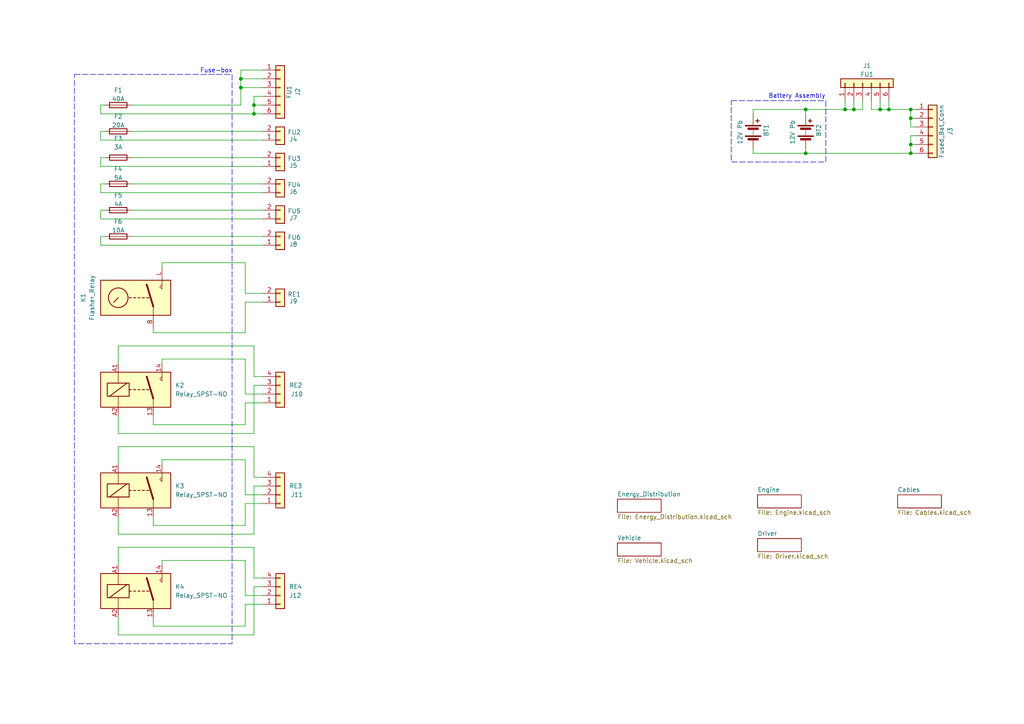
<source format=kicad_sch>
(kicad_sch (version 20250114) (generator "eeschema") (generator_version "9.0")
  (paper "A4")
  (title_block (title "Electrical Diagram - EcoMaua 2025 - Urban Concept") (date "2025-03-21") (rev "V1.0.0") (company "Instituto Mauá de Tecnologia"))
  (lib_symbols
    (symbol "Connector_Generic:Conn_01x02" (pin_names (offset 1.016) (hide yes))
      (property "Reference" "J" (at 0 2.54 0))
      (property "Value" "Conn_01x02" (at 0 -5.08 0))
      (symbol "Conn_01x02_1_1"
        (rectangle (start -1.27 1.27) (end 1.27 -3.81) (stroke (width 0.254)) (fill (type background)))
        (rectangle (start -1.27 0.127) (end 0 -0.127) (stroke (width 0.1524)))
        (rectangle (start -1.27 -2.413) (end 0 -2.667) (stroke (width 0.1524)))
        (pin passive line (at -5.08 0 0) (length 3.81) (name "Pin_1") (number "1"))
        (pin passive line (at -5.08 -2.54 0) (length 3.81) (name "Pin_2") (number "2"))
      )
    )
    (symbol "Connector_Generic:Conn_01x04" (pin_names (offset 1.016) (hide yes))
      (property "Reference" "J" (at 0 5.08 0))
      (property "Value" "Conn_01x04" (at 0 -7.62 0))
      (symbol "Conn_01x04_1_1"
        (rectangle (start -1.27 3.81) (end 1.27 -6.35) (stroke (width 0.254)) (fill (type background)))
        (rectangle (start -1.27 2.667) (end 0 2.413) (stroke (width 0.1524)))
        (rectangle (start -1.27 0.127) (end 0 -0.127) (stroke (width 0.1524)))
        (rectangle (start -1.27 -2.413) (end 0 -2.667) (stroke (width 0.1524)))
        (rectangle (start -1.27 -4.953) (end 0 -5.207) (stroke (width 0.1524)))
        (pin passive line (at -5.08 2.54 0) (length 3.81) (name "Pin_1") (number "1"))
        (pin passive line (at -5.08 0 0) (length 3.81) (name "Pin_2") (number "2"))
        (pin passive line (at -5.08 -2.54 0) (length 3.81) (name "Pin_3") (number "3"))
        (pin passive line (at -5.08 -5.08 0) (length 3.81) (name "Pin_4") (number "4"))
      )
    )
    (symbol "Connector_Generic:Conn_01x06" (pin_names (offset 1.016) (hide yes))
      (property "Reference" "J" (at 0 7.62 0))
      (property "Value" "Conn_01x06" (at 0 -10.16 0))
      (symbol "Conn_01x06_1_1"
        (rectangle (start -1.27 6.35) (end 1.27 -8.89) (stroke (width 0.254)) (fill (type background)))
        (rectangle (start -1.27 5.207) (end 0 4.953) (stroke (width 0.1524)))
        (rectangle (start -1.27 2.667) (end 0 2.413) (stroke (width 0.1524)))
        (rectangle (start -1.27 0.127) (end 0 -0.127) (stroke (width 0.1524)))
        (rectangle (start -1.27 -2.413) (end 0 -2.667) (stroke (width 0.1524)))
        (rectangle (start -1.27 -4.953) (end 0 -5.207) (stroke (width 0.1524)))
        (rectangle (start -1.27 -7.493) (end 0 -7.747) (stroke (width 0.1524)))
        (pin passive line (at -5.08 5.08 0) (length 3.81) (name "Pin_1") (number "1"))
        (pin passive line (at -5.08 2.54 0) (length 3.81) (name "Pin_2") (number "2"))
        (pin passive line (at -5.08 0 0) (length 3.81) (name "Pin_3") (number "3"))
        (pin passive line (at -5.08 -2.54 0) (length 3.81) (name "Pin_4") (number "4"))
        (pin passive line (at -5.08 -5.08 0) (length 3.81) (name "Pin_5") (number "5"))
        (pin passive line (at -5.08 -7.62 0) (length 3.81) (name "Pin_6") (number "6"))
      )
    )
    (symbol "Device:Battery" (pin_numbers (hide yes)) (pin_names (offset 0) (hide yes))
      (property "Reference" "BT" (at 2.54 2.54 0))
      (property "Value" "Battery" (at 2.54 0 0))
      (symbol "Battery_0_1"
        (rectangle (start -2.286 1.778) (end 2.286 1.524) (fill (type outline)))
        (rectangle (start -2.286 -1.27) (end 2.286 -1.524) (fill (type outline)))
        (rectangle (start -1.524 1.016) (end 1.524 0.508) (fill (type outline)))
        (rectangle (start -1.524 -2.032) (end 1.524 -2.54) (fill (type outline)))
        (polyline (pts (xy 0 1.778) (xy 0 2.54)))
        (polyline (pts (xy 0 0) (xy 0 0.254)))
        (polyline (pts (xy 0 -0.508) (xy 0 -0.254)))
        (polyline (pts (xy 0 -1.016) (xy 0 -0.762)))
        (polyline (pts (xy 0.762 3.048) (xy 1.778 3.048)) (stroke (width 0.254)))
        (polyline (pts (xy 1.27 3.556) (xy 1.27 2.54)) (stroke (width 0.254)))
      )
      (symbol "Battery_1_1"
        (pin passive line (at 0 5.08 270) (length 2.54) (name "+") (number "1"))
        (pin passive line (at 0 -5.08 90) (length 2.54) (name "-") (number "2"))
      )
    )
    (symbol "Device:Fuse" (pin_numbers (hide yes)) (pin_names (offset 0))
      (property "Reference" "F" (at 2.032 0 90))
      (property "Value" "Fuse" (at -1.905 0 90))
      (symbol "Fuse_0_1"
        (rectangle (start -0.762 -2.54) (end 0.762 2.54) (stroke (width 0.254)))
        (polyline (pts (xy 0 2.54) (xy 0 -2.54)))
      )
      (symbol "Fuse_1_1"
        (pin passive line (at 0 3.81 270) (length 1.27) (name "~") (number "1"))
        (pin passive line (at 0 -3.81 90) (length 1.27) (name "~") (number "2"))
      )
    )
    (symbol "EletricalDiagram_Eco2025_UrbanConcept:Flasher_Relay" (pin_names (offset 1.016) (hide yes))
      (property "Reference" "K" (at 11.43 0 90))
      (property "Value" "Flasher_Relay" (at -11.43 0 90))
      (symbol "Flasher_Relay_0_0"
        (polyline (pts (xy 7.62 5.08) (xy 7.62 2.54) (xy 6.985 3.175) (xy 7.62 3.81)))
      )
      (symbol "Flasher_Relay_0_1"
        (rectangle (start -10.16 5.08) (end 10.16 -5.08) (stroke (width 0.254)) (fill (type background)))
        (polyline (pts (xy -6.35 -1.27) (xy -5.08 0)) (stroke (width 0.254)))
        (polyline (pts (xy -1.905 0) (xy -1.27 0)) (stroke (width 0.254)))
        (polyline (pts (xy -0.635 0) (xy 0 0)) (stroke (width 0.254)))
        (polyline (pts (xy 0.635 0) (xy 1.27 0)) (stroke (width 0.254)))
        (polyline (pts (xy 1.905 0) (xy 2.54 0)) (stroke (width 0.254)))
        (polyline (pts (xy 3.175 0) (xy 3.81 0)) (stroke (width 0.254)))
        (polyline (pts (xy 5.08 -2.54) (xy 3.175 3.81)) (stroke (width 0.508)))
        (polyline (pts (xy 5.08 -2.54) (xy 5.08 -5.08)))
      )
      (symbol "Flasher_Relay_1_1"
        (circle (center -5.08 0) (radius 2.8398) (stroke (width 0.254)))
        (pin passive line (at 5.08 -8.89 90) (length 3.81) (name "B") (number "B"))
        (pin passive line (at 7.62 8.89 270) (length 3.81) (name "L") (number "L"))
      )
    )
    (symbol "Relay:Relay_SPST-NO"
      (property "Reference" "K" (at 11.43 3.81 0))
      (property "Value" "Relay_SPST-NO" (at 11.43 1.27 0))
      (symbol "Relay_SPST-NO_0_0"
        (polyline (pts (xy 7.62 5.08) (xy 7.62 2.54) (xy 6.985 3.175) (xy 7.62 3.81)))
      )
      (symbol "Relay_SPST-NO_0_1"
        (rectangle (start -10.16 5.08) (end 10.16 -5.08) (stroke (width 0.254)) (fill (type background)))
        (rectangle (start -8.255 1.905) (end -1.905 -1.905) (stroke (width 0.254)))
        (polyline (pts (xy -7.62 -1.905) (xy -2.54 1.905)) (stroke (width 0.254)))
        (polyline (pts (xy -5.08 5.08) (xy -5.08 1.905)))
        (polyline (pts (xy -5.08 -5.08) (xy -5.08 -1.905)))
        (polyline (pts (xy -1.905 0) (xy -1.27 0)) (stroke (width 0.254)))
        (polyline (pts (xy -0.635 0) (xy 0 0)) (stroke (width 0.254)))
        (polyline (pts (xy 0.635 0) (xy 1.27 0)) (stroke (width 0.254)))
        (polyline (pts (xy 1.905 0) (xy 2.54 0)) (stroke (width 0.254)))
        (polyline (pts (xy 3.175 0) (xy 3.81 0)) (stroke (width 0.254)))
        (polyline (pts (xy 5.08 -2.54) (xy 3.175 3.81)) (stroke (width 0.508)))
        (polyline (pts (xy 5.08 -2.54) (xy 5.08 -5.08)))
      )
      (symbol "Relay_SPST-NO_1_1"
        (pin passive line (at -5.08 7.62 270) (length 2.54) (name "~") (number "A1"))
        (pin passive line (at -5.08 -7.62 90) (length 2.54) (name "~") (number "A2"))
        (pin passive line (at 5.08 -7.62 90) (length 2.54) (name "~") (number "13"))
        (pin passive line (at 7.62 7.62 270) (length 2.54) (name "~") (number "14"))
      )
    )
  )
  (rectangle (start 21.59 21.59) (end 67.31 186.69) (stroke (width 0) (type dash)))
  (rectangle (start 212.09 29.21) (end 239.522 46.99) (stroke (width 0) (type dash)))
  (text "Battery Assembly" (at 231.14 27.94 0) (effects (font (size 1.27 1.27))))
  (text "Fuse-box" (at 62.738 20.574 0) (effects (font (size 1.27 1.27))))
  (junction (at 233.68 44.45))
  (junction (at 73.66 33.02))
  (junction (at 69.85 22.86))
  (junction (at 264.16 44.45))
  (junction (at 257.81 31.75))
  (junction (at 245.11 31.75))
  (junction (at 69.85 25.4))
  (junction (at 264.16 41.91))
  (junction (at 73.66 30.48))
  (junction (at 255.27 31.75))
  (junction (at 264.16 31.75))
  (junction (at 233.68 31.75))
  (junction (at 247.65 31.75))
  (junction (at 264.16 34.29))
  (wire (pts (xy 29.21 71.12) (xy 29.21 68.58)))
  (wire (pts (xy 71.12 162.56) (xy 46.99 162.56)))
  (wire (pts (xy 218.44 43.18) (xy 218.44 44.45)))
  (wire (pts (xy 264.16 34.29) (xy 264.16 31.75)))
  (wire (pts (xy 73.66 109.22) (xy 76.2 109.22)))
  (wire (pts (xy 29.21 63.5) (xy 29.21 60.96)))
  (wire (pts (xy 34.29 129.54) (xy 34.29 134.62)))
  (wire (pts (xy 29.21 63.5) (xy 76.2 63.5)))
  (wire (pts (xy 71.12 96.52) (xy 71.12 87.63)))
  (wire (pts (xy 73.66 129.54) (xy 73.66 138.43)))
  (wire (pts (xy 76.2 25.4) (xy 69.85 25.4)))
  (wire (pts (xy 255.27 31.75) (xy 257.81 31.75)))
  (wire (pts (xy 71.12 172.72) (xy 76.2 172.72)))
  (wire (pts (xy 69.85 20.32) (xy 69.85 22.86)))
  (wire (pts (xy 264.16 44.45) (xy 265.43 44.45)))
  (wire (pts (xy 265.43 39.37) (xy 264.16 39.37)))
  (wire (pts (xy 73.66 184.15) (xy 73.66 170.18)))
  (wire (pts (xy 257.81 31.75) (xy 264.16 31.75)))
  (wire (pts (xy 265.43 36.83) (xy 264.16 36.83)))
  (wire (pts (xy 46.99 76.2) (xy 46.99 77.47)))
  (wire (pts (xy 69.85 22.86) (xy 76.2 22.86)))
  (wire (pts (xy 250.19 31.75) (xy 247.65 31.75)))
  (wire (pts (xy 29.21 33.02) (xy 29.21 30.48)))
  (wire (pts (xy 265.43 41.91) (xy 264.16 41.91)))
  (wire (pts (xy 71.12 146.05) (xy 71.12 152.4)))
  (wire (pts (xy 73.66 125.73) (xy 73.66 111.76)))
  (wire (pts (xy 233.68 44.45) (xy 264.16 44.45)))
  (wire (pts (xy 44.45 120.65) (xy 44.45 123.19)))
  (wire (pts (xy 71.12 152.4) (xy 44.45 152.4)))
  (wire (pts (xy 29.21 55.88) (xy 29.21 53.34)))
  (wire (pts (xy 38.1 68.58) (xy 76.2 68.58)))
  (wire (pts (xy 218.44 33.02) (xy 218.44 31.75)))
  (wire (pts (xy 265.43 34.29) (xy 264.16 34.29)))
  (wire (pts (xy 71.12 114.3) (xy 76.2 114.3)))
  (wire (pts (xy 29.21 48.26) (xy 29.21 45.72)))
  (wire (pts (xy 46.99 104.14) (xy 46.99 105.41)))
  (wire (pts (xy 73.66 167.64) (xy 76.2 167.64)))
  (wire (pts (xy 264.16 41.91) (xy 264.16 44.45)))
  (wire (pts (xy 71.12 104.14) (xy 46.99 104.14)))
  (wire (pts (xy 29.21 33.02) (xy 73.66 33.02)))
  (wire (pts (xy 34.29 100.33) (xy 34.29 105.41)))
  (wire (pts (xy 34.29 154.94) (xy 73.66 154.94)))
  (wire (pts (xy 73.66 30.48) (xy 76.2 30.48)))
  (wire (pts (xy 71.12 143.51) (xy 76.2 143.51)))
  (wire (pts (xy 38.1 60.96) (xy 76.2 60.96)))
  (wire (pts (xy 257.81 29.21) (xy 257.81 31.75)))
  (wire (pts (xy 71.12 76.2) (xy 71.12 85.09)))
  (wire (pts (xy 29.21 38.1) (xy 30.48 38.1)))
  (wire (pts (xy 76.2 146.05) (xy 71.12 146.05)))
  (wire (pts (xy 29.21 53.34) (xy 30.48 53.34)))
  (wire (pts (xy 46.99 76.2) (xy 71.12 76.2)))
  (wire (pts (xy 29.21 40.64) (xy 76.2 40.64)))
  (wire (pts (xy 76.2 20.32) (xy 69.85 20.32)))
  (wire (pts (xy 252.73 29.21) (xy 252.73 31.75)))
  (wire (pts (xy 69.85 25.4) (xy 69.85 30.48)))
  (wire (pts (xy 71.12 123.19) (xy 44.45 123.19)))
  (wire (pts (xy 73.66 30.48) (xy 73.66 33.02)))
  (wire (pts (xy 252.73 31.75) (xy 255.27 31.75)))
  (wire (pts (xy 71.12 87.63) (xy 76.2 87.63)))
  (wire (pts (xy 247.65 31.75) (xy 245.11 31.75)))
  (wire (pts (xy 71.12 133.35) (xy 46.99 133.35)))
  (wire (pts (xy 233.68 44.45) (xy 233.68 43.18)))
  (wire (pts (xy 44.45 179.07) (xy 44.45 181.61)))
  (wire (pts (xy 247.65 29.21) (xy 247.65 31.75)))
  (wire (pts (xy 264.16 36.83) (xy 264.16 34.29)))
  (wire (pts (xy 69.85 30.48) (xy 38.1 30.48)))
  (wire (pts (xy 34.29 158.75) (xy 34.29 163.83)))
  (wire (pts (xy 71.12 181.61) (xy 44.45 181.61)))
  (wire (pts (xy 29.21 71.12) (xy 76.2 71.12)))
  (wire (pts (xy 73.66 27.94) (xy 73.66 30.48)))
  (wire (pts (xy 73.66 138.43) (xy 76.2 138.43)))
  (wire (pts (xy 34.29 125.73) (xy 73.66 125.73)))
  (wire (pts (xy 76.2 116.84) (xy 71.12 116.84)))
  (wire (pts (xy 46.99 133.35) (xy 46.99 134.62)))
  (wire (pts (xy 29.21 40.64) (xy 29.21 38.1)))
  (wire (pts (xy 29.21 48.26) (xy 76.2 48.26)))
  (wire (pts (xy 218.44 31.75) (xy 233.68 31.75)))
  (wire (pts (xy 71.12 85.09) (xy 76.2 85.09)))
  (wire (pts (xy 73.66 170.18) (xy 76.2 170.18)))
  (wire (pts (xy 29.21 45.72) (xy 30.48 45.72)))
  (wire (pts (xy 71.12 116.84) (xy 71.12 123.19)))
  (wire (pts (xy 245.11 31.75) (xy 245.11 29.21)))
  (wire (pts (xy 38.1 45.72) (xy 76.2 45.72)))
  (wire (pts (xy 38.1 38.1) (xy 76.2 38.1)))
  (wire (pts (xy 29.21 60.96) (xy 30.48 60.96)))
  (wire (pts (xy 34.29 129.54) (xy 73.66 129.54)))
  (wire (pts (xy 233.68 31.75) (xy 245.11 31.75)))
  (wire (pts (xy 71.12 114.3) (xy 71.12 104.14)))
  (wire (pts (xy 73.66 111.76) (xy 76.2 111.76)))
  (wire (pts (xy 44.45 96.52) (xy 71.12 96.52)))
  (wire (pts (xy 34.29 179.07) (xy 34.29 184.15)))
  (wire (pts (xy 255.27 29.21) (xy 255.27 31.75)))
  (wire (pts (xy 34.29 125.73) (xy 34.29 120.65)))
  (wire (pts (xy 73.66 158.75) (xy 73.66 167.64)))
  (wire (pts (xy 46.99 162.56) (xy 46.99 163.83)))
  (wire (pts (xy 71.12 172.72) (xy 71.12 162.56)))
  (wire (pts (xy 30.48 68.58) (xy 29.21 68.58)))
  (wire (pts (xy 34.29 154.94) (xy 34.29 149.86)))
  (wire (pts (xy 73.66 100.33) (xy 73.66 109.22)))
  (wire (pts (xy 73.66 33.02) (xy 76.2 33.02)))
  (wire (pts (xy 69.85 22.86) (xy 69.85 25.4)))
  (wire (pts (xy 264.16 31.75) (xy 265.43 31.75)))
  (wire (pts (xy 233.68 33.02) (xy 233.68 31.75)))
  (wire (pts (xy 34.29 184.15) (xy 73.66 184.15)))
  (wire (pts (xy 29.21 55.88) (xy 76.2 55.88)))
  (wire (pts (xy 218.44 44.45) (xy 233.68 44.45)))
  (wire (pts (xy 76.2 27.94) (xy 73.66 27.94)))
  (wire (pts (xy 264.16 39.37) (xy 264.16 41.91)))
  (wire (pts (xy 76.2 175.26) (xy 71.12 175.26)))
  (wire (pts (xy 71.12 143.51) (xy 71.12 133.35)))
  (wire (pts (xy 73.66 154.94) (xy 73.66 140.97)))
  (wire (pts (xy 29.21 30.48) (xy 30.48 30.48)))
  (wire (pts (xy 34.29 158.75) (xy 73.66 158.75)))
  (wire (pts (xy 73.66 140.97) (xy 76.2 140.97)))
  (wire (pts (xy 34.29 100.33) (xy 73.66 100.33)))
  (wire (pts (xy 44.45 149.86) (xy 44.45 152.4)))
  (wire (pts (xy 71.12 175.26) (xy 71.12 181.61)))
  (wire (pts (xy 250.19 29.21) (xy 250.19 31.75)))
  (wire (pts (xy 44.45 96.52) (xy 44.45 95.25)))
  (wire (pts (xy 38.1 53.34) (xy 76.2 53.34)))
  (symbol (lib_id "Connector_Generic:Conn_01x04") (at 81.28 143.51 0) (mirror x) (unit 1)
    (property "Reference" "J11" (at 86.106 143.51 0))
    (property "Value" "RE3" (at 83.82 140.9701 0) (effects (justify left)))
    (property "Description" "Generic connector, single row, 01x04, script generated (kicad-library-utils/schlib/autogen/connector/)" (effects (hide yes)))
  )
  (symbol (lib_id "Relay:Relay_SPST-NO") (at 39.37 113.03 0) (unit 1)
    (property "Reference" "K2" (at 50.8 111.7599 0) (effects (justify left)))
    (property "Value" "Relay_SPST-NO" (at 50.8 114.2999 0) (effects (justify left)))
    (property "Description" "Relay SPST, normally open, EN50005" (effects (hide yes)))
  )
  (symbol (lib_id "Connector_Generic:Conn_01x02") (at 81.28 87.63 0) (mirror x) (unit 1)
    (property "Reference" "J9" (at 85.09 87.376 0))
    (property "Value" "RE1" (at 85.344 85.344 0))
    (property "Description" "Generic connector, single row, 01x02, script generated (kicad-library-utils/schlib/autogen/connector/)" (effects (hide yes)))
  )
  (symbol (lib_id "Connector_Generic:Conn_01x06") (at 250.19 24.13 90) (unit 1)
    (property "Reference" "J1" (at 251.46 19.05 90))
    (property "Value" "FU1" (at 251.46 21.59 90))
    (property "Description" "Generic connector, single row, 01x06, script generated (kicad-library-utils/schlib/autogen/connector/)" (effects (hide yes)))
  )
  (symbol (lib_id "EletricalDiagram_Eco2025_UrbanConcept:Flasher_Relay") (at 39.37 86.36 0) (unit 1)
    (property "Reference" "K1" (at 24.13 86.36 90))
    (property "Value" "Flasher_Relay" (at 26.67 86.36 90))
  )
  (symbol (lib_id "Device:Fuse") (at 34.29 30.48 90) (unit 1)
    (property "Reference" "F1" (at 34.29 26.162 90))
    (property "Value" "40A" (at 34.29 28.702 90))
    (property "Description" "Fuse" (effects (hide yes)))
  )
  (symbol (lib_id "Connector_Generic:Conn_01x04") (at 81.28 172.72 0) (mirror x) (unit 1)
    (property "Reference" "J12" (at 83.82 172.7201 0) (effects (justify left)))
    (property "Value" "RE4" (at 83.82 170.1801 0) (effects (justify left)))
    (property "Description" "Generic connector, single row, 01x04, script generated (kicad-library-utils/schlib/autogen/connector/)" (effects (hide yes)))
  )
  (symbol (lib_id "Relay:Relay_SPST-NO") (at 39.37 171.45 0) (unit 1)
    (property "Reference" "K4" (at 50.8 170.1799 0) (effects (justify left)))
    (property "Value" "Relay_SPST-NO" (at 50.8 172.7199 0) (effects (justify left)))
    (property "Description" "Relay SPST, normally open, EN50005" (effects (hide yes)))
  )
  (symbol (lib_id "Connector_Generic:Conn_01x02") (at 81.28 48.26 0) (mirror x) (unit 1)
    (property "Reference" "J5" (at 85.09 48.006 0))
    (property "Value" "FU3" (at 85.344 45.974 0))
    (property "Description" "Generic connector, single row, 01x02, script generated (kicad-library-utils/schlib/autogen/connector/)" (effects (hide yes)))
  )
  (symbol (lib_id "Device:Fuse") (at 34.29 60.96 90) (unit 1)
    (property "Reference" "F5" (at 34.29 56.642 90))
    (property "Value" "4A" (at 34.29 59.182 90))
    (property "Description" "Fuse" (effects (hide yes)))
  )
  (symbol (lib_id "Device:Fuse") (at 34.29 45.72 90) (unit 1)
    (property "Reference" "F3" (at 34.29 40.132 90))
    (property "Value" "3A" (at 34.29 42.672 90))
    (property "Description" "Fuse" (effects (hide yes)))
  )
  (symbol (lib_id "Device:Fuse") (at 34.29 38.1 90) (unit 1)
    (property "Reference" "F2" (at 34.29 33.782 90))
    (property "Value" "20A" (at 34.29 36.322 90))
    (property "Description" "Fuse" (effects (hide yes)))
  )
  (symbol (lib_id "Connector_Generic:Conn_01x06") (at 81.28 25.4 0) (unit 1)
    (property "Reference" "J2" (at 86.36 26.67 90))
    (property "Value" "FU1" (at 83.82 26.67 90))
    (property "Description" "Generic connector, single row, 01x06, script generated (kicad-library-utils/schlib/autogen/connector/)" (effects (hide yes)))
  )
  (symbol (lib_id "Relay:Relay_SPST-NO") (at 39.37 142.24 0) (unit 1)
    (property "Reference" "K3" (at 50.8 140.9699 0) (effects (justify left)))
    (property "Value" "Relay_SPST-NO" (at 50.8 143.5099 0) (effects (justify left)))
    (property "Description" "Relay SPST, normally open, EN50005" (effects (hide yes)))
  )
  (symbol (lib_id "Device:Battery") (at 233.68 38.1 0) (unit 1)
    (property "Reference" "BT2" (at 237.49 39.624 90) (effects (justify left)))
    (property "Value" "12V Pb" (at 229.87 41.91 90) (effects (justify left)))
    (property "Description" "Multiple-cell battery" (effects (hide yes)))
  )
  (symbol (lib_id "Connector_Generic:Conn_01x02") (at 81.28 55.88 0) (mirror x) (unit 1)
    (property "Reference" "J6" (at 85.09 55.626 0))
    (property "Value" "FU4" (at 85.344 53.594 0))
    (property "Description" "Generic connector, single row, 01x02, script generated (kicad-library-utils/schlib/autogen/connector/)" (effects (hide yes)))
  )
  (symbol (lib_id "Connector_Generic:Conn_01x06") (at 270.51 36.83 0) (unit 1)
    (property "Reference" "J3" (at 275.59 38.1 90))
    (property "Value" "Fused_Bat_Conn" (at 273.05 38.1 90))
    (property "Description" "Generic connector, single row, 01x06, script generated (kicad-library-utils/schlib/autogen/connector/)" (effects (hide yes)))
  )
  (symbol (lib_id "Connector_Generic:Conn_01x02") (at 81.28 63.5 0) (mirror x) (unit 1)
    (property "Reference" "J7" (at 85.09 63.246 0))
    (property "Value" "FU5" (at 85.344 61.214 0))
    (property "Description" "Generic connector, single row, 01x02, script generated (kicad-library-utils/schlib/autogen/connector/)" (effects (hide yes)))
  )
  (symbol (lib_id "Connector_Generic:Conn_01x04") (at 81.28 114.3 0) (mirror x) (unit 1)
    (property "Reference" "J10" (at 86.106 114.3 0))
    (property "Value" "RE2" (at 83.82 111.7601 0) (effects (justify left)))
    (property "Description" "Generic connector, single row, 01x04, script generated (kicad-library-utils/schlib/autogen/connector/)" (effects (hide yes)))
  )
  (symbol (lib_id "Connector_Generic:Conn_01x02") (at 81.28 40.64 0) (mirror x) (unit 1)
    (property "Reference" "J4" (at 85.09 40.386 0))
    (property "Value" "FU2" (at 85.344 38.354 0))
    (property "Description" "Generic connector, single row, 01x02, script generated (kicad-library-utils/schlib/autogen/connector/)" (effects (hide yes)))
  )
  (symbol (lib_id "Device:Fuse") (at 34.29 53.34 90) (unit 1)
    (property "Reference" "F4" (at 34.29 49.022 90))
    (property "Value" "5A" (at 34.29 51.562 90))
    (property "Description" "Fuse" (effects (hide yes)))
  )
  (symbol (lib_id "Device:Fuse") (at 34.29 68.58 90) (unit 1)
    (property "Reference" "F6" (at 34.29 64.262 90))
    (property "Value" "10A" (at 34.29 66.802 90))
    (property "Description" "Fuse" (effects (hide yes)))
  )
  (symbol (lib_id "Device:Battery") (at 218.44 38.1 0) (unit 1)
    (property "Reference" "BT1" (at 222.25 39.624 90) (effects (justify left)))
    (property "Value" "12V Pb" (at 214.63 41.91 90) (effects (justify left)))
    (property "Description" "Multiple-cell battery" (effects (hide yes)))
  )
  (symbol (lib_id "Connector_Generic:Conn_01x02") (at 81.28 71.12 0) (mirror x) (unit 1)
    (property "Reference" "J8" (at 85.09 70.866 0))
    (property "Value" "FU6" (at 85.344 68.834 0))
    (property "Description" "Generic connector, single row, 01x02, script generated (kicad-library-utils/schlib/autogen/connector/)" (effects (hide yes)))
  )
  (sheet (at 260.35 143.51) (size 12.7 3.81) (stroke (width 0.1524))
    (property "Sheetname" "Cables" (at 260.35 142.7984 0) (effects (justify left bottom)))
    (property "Sheetfile" "Cables.kicad_sch" (at 260.35 147.9046 0) (effects (justify left top)))
  )
  (sheet (at 179.07 157.48) (size 12.7 3.81) (stroke (width 0.1524))
    (property "Sheetname" "Vehicle" (at 179.07 156.7684 0) (effects (justify left bottom)))
    (property "Sheetfile" "Vehicle.kicad_sch" (at 179.07 161.8746 0) (effects (justify left top)))
  )
  (sheet (at 179.07 144.78) (size 12.7 3.81) (stroke (width 0.1524))
    (property "Sheetname" "Energy_Distribution" (at 179.07 144.0684 0) (effects (justify left bottom)))
    (property "Sheetfile" "Energy_Distribution.kicad_sch" (at 179.07 149.1746 0) (effects (justify left top)))
  )
  (sheet (at 219.71 143.51) (size 12.7 3.81) (stroke (width 0.1524))
    (property "Sheetname" "Engine" (at 219.71 142.7984 0) (effects (justify left bottom)))
    (property "Sheetfile" "Engine.kicad_sch" (at 219.71 147.9046 0) (effects (justify left top)))
  )
  (sheet (at 219.71 156.21) (size 12.7 3.81) (stroke (width 0.1524))
    (property "Sheetname" "Driver" (at 219.71 155.4984 0) (effects (justify left bottom)))
    (property "Sheetfile" "Driver.kicad_sch" (at 219.71 160.6046 0) (effects (justify left top)))
  )
)
</source>
